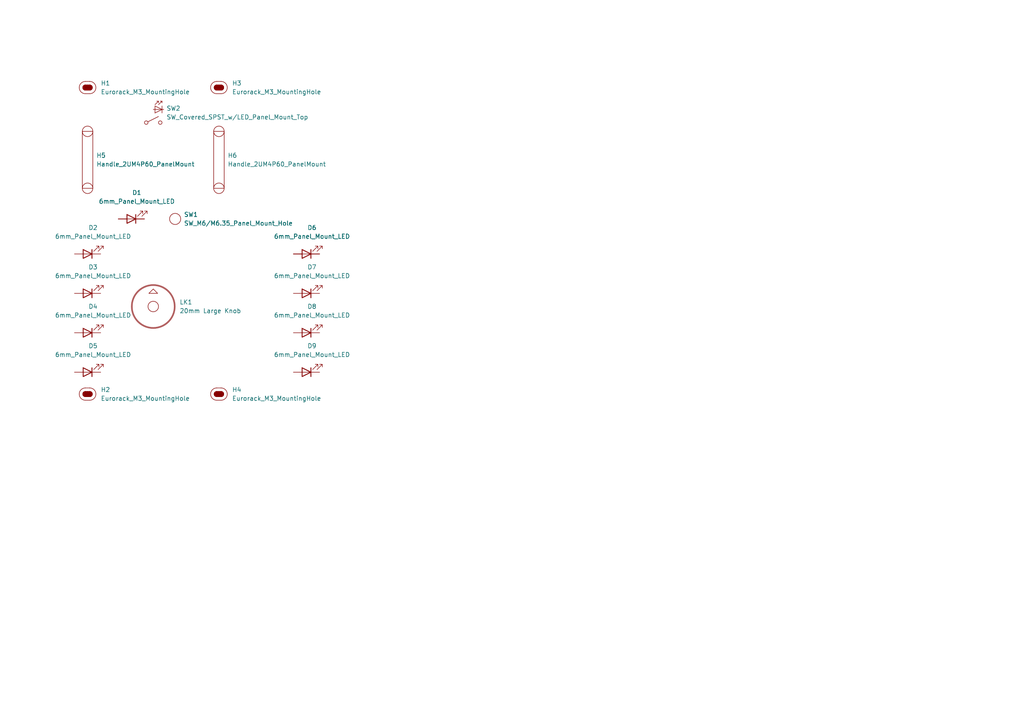
<source format=kicad_sch>
(kicad_sch (version 20250114) (generator "eeschema") (generator_version "9.0")
  (paper "A4")
  (lib_symbols
    (symbol "EXC:6mm_Panel_Mount_LED" (pin_numbers (hide yes)) (pin_names (offset 1.016) (hide yes))
      (property "Reference" "D" (at 0 2.54 0))
      (property "Value" "6mm_Panel_Mount_LED" (at 0 -3.556 0))
      (symbol "6mm_Panel_Mount_LED_0_1"
        (polyline (pts (xy -1.27 1.27) (xy -1.27 -1.27) (xy 1.27 0) (xy -1.27 1.27)) (stroke (width 0.254)))
        (polyline (pts (xy 1.27 1.27) (xy 1.27 -1.27)) (stroke (width 0.254)))
        (polyline (pts (xy 1.27 0) (xy -1.27 0)))
        (polyline (pts (xy 1.778 0.762) (xy 3.302 2.286) (xy 2.54 2.286) (xy 3.302 2.286) (xy 3.302 1.524)))
        (polyline (pts (xy 3.048 0.762) (xy 4.572 2.286) (xy 3.81 2.286) (xy 4.572 2.286) (xy 4.572 1.524)))
      )
      (symbol "6mm_Panel_Mount_LED_1_1"
        (pin passive line (at -3.81 0 0) (length 2.54) (name "A") (number "2"))
        (pin passive line (at 3.81 0 180) (length 2.54) (name "K") (number "1"))
      )
    )
    (symbol "EXC:Eurorack_M3_MountingHole" (pin_names (offset 1.016))
      (property "Reference" "H" (at 0 5.08 0))
      (property "Value" "Eurorack_M3_MountingHole" (at 0 3.175 0))
      (symbol "Eurorack_M3_MountingHole_0_1"
        (polyline (pts (xy -0.635 0.762) (xy 0.635 0.762)))
        (circle (center -0.635 0) (radius 0.762) (fill (type outline)))
        (arc (start -0.635 -0.762) (mid -1.397 0) (end -0.635 0.762))
        (arc (start -0.635 -1.778) (mid -2.413 0) (end -0.635 1.778))
        (polyline (pts (xy -0.635 -0.762) (xy 0.635 -0.762)))
        (polyline (pts (xy -0.635 -1.778) (xy 0.635 -1.778)))
        (circle (center 0 0) (radius 0.762) (fill (type outline)))
        (polyline (pts (xy 0.635 1.778) (xy -0.635 1.778)))
        (arc (start 0.6141 1.778) (mid 2.4131 0) (end 0.6141 -1.778))
        (arc (start 0.6227 0.762) (mid 1.3971 0) (end 0.6227 -0.762))
        (circle (center 0.635 0) (radius 0.762) (fill (type outline)))
      )
    )
    (symbol "EXC:Handle_2UM4P60_A"
      (property "Reference" "H" (at 0 -2.794 0))
      (property "Value" "Handle_2UM4P60_PanelMount" (at 0.254 -20.828 0))
      (symbol "Handle_2UM4P60_A_0_1"
        (rectangle (start -1.524 0) (end 1.524 -16.51))
        (circle (center 0 0) (radius 1.524))
        (circle (center 0 -16.51) (radius 1.524))
      )
    )
    (symbol "EXC:Knob_Large_20mm"
      (property "Reference" "LK" (at 0 7.366 0))
      (property "Value" "20mm Large Knob" (at 0.254 -7.366 0))
      (symbol "Knob_Large_20mm_0_1"
        (polyline (pts (xy 0 5.08) (xy -1.27 3.81) (xy 1.27 3.81) (xy 0 5.08)) (fill (type color)))
        (circle (center 0 0) (radius 1.524))
        (circle (center 0 0) (radius 6.096))
        (circle (center 0 0) (radius 6.35))
      )
    )
    (symbol "EXC:SW_Covered_SPST_w/LED_Panel_Mount_Top" (pin_names (offset 0) (hide yes))
      (property "Reference" "SW" (at 0 7.366 0))
      (property "Value" "SW_Covered_SPST_w/LED_Panel_Mount_Top" (at 0 -2.54 0))
      (symbol "SW_Covered_SPST_w/LED_Panel_Mount_Top_0_0"
        (circle (center -2.032 0) (radius 0.508))
        (polyline (pts (xy -1.524 0.254) (xy 1.524 1.778)))
        (circle (center 2.032 0) (radius 0.508))
      )
      (symbol "SW_Covered_SPST_w/LED_Panel_Mount_Top_0_1"
        (polyline (pts (xy 0 3.81) (xy 2.54 3.81) (xy 3.048 3.81)))
        (polyline (pts (xy 0.508 5.207) (xy 1.524 6.223) (xy 1.016 6.223)))
        (polyline (pts (xy 0.508 2.794) (xy 0.508 4.826) (xy 2.54 3.81) (xy 0.508 2.794)))
        (polyline (pts (xy 1.524 6.223) (xy 1.524 5.715)))
        (polyline (pts (xy 1.524 5.207) (xy 2.54 6.223) (xy 2.032 6.223)))
        (polyline (pts (xy 2.54 6.223) (xy 2.54 5.715)))
        (polyline (pts (xy 2.54 2.794) (xy 2.54 4.826)))
      )
    )
    (symbol "EXC:SW_M6/6.35_Panel_Mount_Hole" (pin_names (offset 0) (hide yes))
      (property "Reference" "SW" (at 0 3.175 0))
      (property "Value" "SW_M6/M6.35_Panel_Mount_Hole" (at 0 -2.794 0))
      (symbol "SW_M6/6.35_Panel_Mount_Hole_0_0"
        (circle (center 0 0) (radius 1.6129))
      )
    )
  )
  (symbol (lib_id "EXC:Handle_2UM4P60_A") (at 25.4 38.1 0) (unit 1)
    (property "Reference" "H5" (at 27.94 45.0849 0) (effects (justify left)))
    (property "Value" "Handle_2UM4P60_PanelMount" (at 27.94 47.6249 0) (effects (justify left)))
    (property "Footprint" "EXC:Handle_2UM4P60_A" (effects (hide yes)))
    (property "Datasheet" "https://ae-pic-a1.aliexpress-media.com/kf/Sbae1622782804f9f92841f71c2bff088U.jpg" (effects (hide yes)))
    (property "Description" "The part of the 60mm handle that has the holes for the mounting screws" (effects (hide yes)))
    (property "Source" "https://www.aliexpress.com/item/1005007166949940.html" (effects (hide yes)))
  )
  (symbol (lib_id "EXC:6mm_Panel_Mount_LED") (at 25.4 73.66 0) (unit 1)
    (property "Reference" "D2" (at 26.9875 66.04 0))
    (property "Value" "6mm_Panel_Mount_LED" (at 26.9875 68.58 0))
    (property "Footprint" "EXC:6mm_Panel_Mount_LED" (effects (hide yes)))
    (property "Description" "Light emitting diode" (effects (hide yes)))
  )
  (symbol (lib_id "EXC:6mm_Panel_Mount_LED") (at 88.9 107.95 0) (unit 1)
    (property "Reference" "D9" (at 90.4875 100.33 0))
    (property "Value" "6mm_Panel_Mount_LED" (at 90.4875 102.87 0))
    (property "Footprint" "EXC:6mm_Panel_Mount_LED" (effects (hide yes)))
    (property "Description" "Light emitting diode" (effects (hide yes)))
  )
  (symbol (lib_id "EXC:Eurorack_M3_MountingHole") (at 63.5 114.3 0) (unit 1)
    (property "Reference" "H4" (at 67.31 113.0299 0) (effects (justify left)))
    (property "Value" "Eurorack_M3_MountingHole" (at 67.31 115.5699 0) (effects (justify left)))
    (property "Footprint" "EXC:MountingHole_3.2mm_M3" (effects (hide yes)))
    (property "Description" "Mounting Hole without connection" (effects (hide yes)))
  )
  (symbol (lib_id "EXC:6mm_Panel_Mount_LED") (at 25.4 96.52 0) (unit 1)
    (property "Reference" "D4" (at 26.9875 88.9 0))
    (property "Value" "6mm_Panel_Mount_LED" (at 26.9875 91.44 0))
    (property "Footprint" "EXC:6mm_Panel_Mount_LED" (effects (hide yes)))
    (property "Description" "Light emitting diode" (effects (hide yes)))
  )
  (symbol (lib_id "EXC:6mm_Panel_Mount_LED") (at 25.4 107.95 0) (unit 1)
    (property "Reference" "D5" (at 26.9875 100.33 0))
    (property "Value" "6mm_Panel_Mount_LED" (at 26.9875 102.87 0))
    (property "Footprint" "EXC:6mm_Panel_Mount_LED" (effects (hide yes)))
    (property "Description" "Light emitting diode" (effects (hide yes)))
  )
  (symbol (lib_id "EXC:SW_Covered_SPST_w/LED_Panel_Mount_Top") (at 44.45 35.56 0) (unit 1)
    (property "Reference" "SW2" (at 48.26 31.4324 0) (effects (justify left)))
    (property "Value" "SW_Covered_SPST_w/LED_Panel_Mount_Top" (at 48.26 33.9724 0) (effects (justify left)))
    (property "Footprint" "EXC:Illuminated_Toggle_Switch_M12_Top" (effects (hide yes)))
    (property "Datasheet" "https://cdn-shop.adafruit.com/product-files/3219/LEDtoggle_switch_diagram.jpg" (effects (hide yes)))
    (property "Description" "Single Pole Single Throw (SPST) switch" (effects (hide yes)))
    (property "Source" "https://www.adafruit.com/product/3219" (effects (hide yes)))
  )
  (symbol (lib_id "EXC:6mm_Panel_Mount_LED") (at 88.9 96.52 0) (unit 1)
    (property "Reference" "D8" (at 90.4875 88.9 0))
    (property "Value" "6mm_Panel_Mount_LED" (at 90.4875 91.44 0))
    (property "Footprint" "EXC:6mm_Panel_Mount_LED" (effects (hide yes)))
    (property "Description" "Light emitting diode" (effects (hide yes)))
  )
  (symbol (lib_id "EXC:Handle_2UM4P60_A") (at 63.5 38.1 0) (unit 1)
    (property "Reference" "H6" (at 66.04 45.0849 0) (effects (justify left)))
    (property "Value" "Handle_2UM4P60_PanelMount" (at 66.04 47.6249 0) (effects (justify left)))
    (property "Footprint" "EXC:Handle_2UM4P60_A" (effects (hide yes)))
    (property "Datasheet" "https://ae-pic-a1.aliexpress-media.com/kf/Sbae1622782804f9f92841f71c2bff088U.jpg" (effects (hide yes)))
    (property "Description" "The part of the 60mm handle that has the holes for the mounting screws" (effects (hide yes)))
    (property "Source" "https://www.aliexpress.com/item/1005007166949940.html" (effects (hide yes)))
  )
  (symbol (lib_id "EXC:6mm_Panel_Mount_LED") (at 25.4 85.09 0) (unit 1)
    (property "Reference" "D3" (at 26.9875 77.47 0))
    (property "Value" "6mm_Panel_Mount_LED" (at 26.9875 80.01 0))
    (property "Footprint" "EXC:6mm_Panel_Mount_LED" (effects (hide yes)))
    (property "Description" "Light emitting diode" (effects (hide yes)))
  )
  (symbol (lib_id "EXC:SW_M6/6.35_Panel_Mount_Hole") (at 50.8 63.5 0) (unit 1)
    (property "Reference" "SW1" (at 53.34 62.2299 0) (effects (justify left)))
    (property "Value" "SW_M6/M6.35_Panel_Mount_Hole" (at 53.34 64.7699 0) (effects (justify left)))
    (property "Footprint" "EXC:SW_M6-M6.35_Panel_Mount_Hole" (effects (hide yes)))
    (property "Datasheet" "https://ae01.alicdn.com/kf/S30ba4cd8ca6748179fcb108112fb1d3fP.jpg" (effects (hide yes)))
    (property "Description" "Hole for the top of the panel of the switch so it allows space for the M6-ish nut to sit inside" (effects (hide yes)))
    (property "Source" "https://www.aliexpress.com/item/4000512396094.html" (effects (hide yes)))
  )
  (symbol (lib_id "EXC:6mm_Panel_Mount_LED") (at 38.1 63.5 0) (unit 1)
    (property "Reference" "D1" (at 39.6875 55.88 0))
    (property "Value" "6mm_Panel_Mount_LED" (at 39.6875 58.42 0))
    (property "Footprint" "EXC:6mm_Panel_Mount_LED" (effects (hide yes)))
    (property "Description" "Light emitting diode" (effects (hide yes)))
  )
  (symbol (lib_id "EXC:Eurorack_M3_MountingHole") (at 63.5 25.4 0) (unit 1)
    (property "Reference" "H3" (at 67.31 24.1299 0) (effects (justify left)))
    (property "Value" "Eurorack_M3_MountingHole" (at 67.31 26.6699 0) (effects (justify left)))
    (property "Footprint" "EXC:MountingHole_3.2mm_M3" (effects (hide yes)))
    (property "Description" "Mounting Hole without connection" (effects (hide yes)))
  )
  (symbol (lib_id "EXC:Eurorack_M3_MountingHole") (at 25.4 25.4 0) (unit 1)
    (property "Reference" "H1" (at 29.21 24.1299 0) (effects (justify left)))
    (property "Value" "Eurorack_M3_MountingHole" (at 29.21 26.6699 0) (effects (justify left)))
    (property "Footprint" "EXC:MountingHole_3.2mm_M3" (effects (hide yes)))
    (property "Description" "Mounting Hole without connection" (effects (hide yes)))
  )
  (symbol (lib_id "EXC:Eurorack_M3_MountingHole") (at 25.4 114.3 0) (unit 1)
    (property "Reference" "H2" (at 29.21 113.0299 0) (effects (justify left)))
    (property "Value" "Eurorack_M3_MountingHole" (at 29.21 115.5699 0) (effects (justify left)))
    (property "Footprint" "EXC:MountingHole_3.2mm_M3" (effects (hide yes)))
    (property "Description" "Mounting Hole without connection" (effects (hide yes)))
  )
  (symbol (lib_id "EXC:6mm_Panel_Mount_LED") (at 88.9 85.09 0) (unit 1)
    (property "Reference" "D7" (at 90.4875 77.47 0))
    (property "Value" "6mm_Panel_Mount_LED" (at 90.4875 80.01 0))
    (property "Footprint" "EXC:6mm_Panel_Mount_LED" (effects (hide yes)))
    (property "Description" "Light emitting diode" (effects (hide yes)))
  )
  (symbol (lib_id "EXC:6mm_Panel_Mount_LED") (at 88.9 73.66 0) (unit 1)
    (property "Reference" "D6" (at 90.4875 66.04 0))
    (property "Value" "6mm_Panel_Mount_LED" (at 90.4875 68.58 0))
    (property "Footprint" "EXC:6mm_Panel_Mount_LED" (effects (hide yes)))
    (property "Description" "Light emitting diode" (effects (hide yes)))
  )
  (symbol (lib_id "EXC:Knob_Large_20mm") (at 44.45 88.9 0) (unit 1)
    (property "Reference" "LK1" (at 52.07 87.6299 0) (effects (justify left)))
    (property "Value" "20mm Large Knob" (at 52.07 90.1699 0) (effects (justify left)))
    (property "Footprint" "EXC:Knob_Large_20mm" (effects (hide yes)))
    (property "Datasheet" "https://cdn-shop.adafruit.com/product-files/5528/Datasheet.pdf" (effects (hide yes)))
    (property "Description" "8-way panel-mount Rotary Selector" (effects (hide yes)))
    (property "Source" "https://www.adafruit.com/product/5528" (effects (hide yes)))
  )
)
</source>
